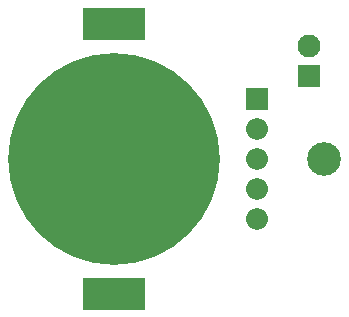
<source format=gbs>
G04 #@! TF.GenerationSoftware,KiCad,Pcbnew,(5.1.5)-3*
G04 #@! TF.CreationDate,2019-12-28T19:55:40-06:00*
G04 #@! TF.ProjectId,tymkrs_Cyphercon_2020_IRbutton,74796d6b-7273-45f4-9379-70686572636f,V0*
G04 #@! TF.SameCoordinates,Original*
G04 #@! TF.FileFunction,Soldermask,Bot*
G04 #@! TF.FilePolarity,Negative*
%FSLAX46Y46*%
G04 Gerber Fmt 4.6, Leading zero omitted, Abs format (unit mm)*
G04 Created by KiCad (PCBNEW (5.1.5)-3) date 2019-12-28 19:55:40*
%MOMM*%
%LPD*%
G04 APERTURE LIST*
%ADD10C,2.852400*%
%ADD11O,1.852400X1.852400*%
%ADD12R,1.852400X1.852400*%
%ADD13C,1.952400*%
%ADD14R,1.952400X1.952400*%
%ADD15C,17.932400*%
%ADD16R,5.232400X2.692400*%
G04 APERTURE END LIST*
D10*
X168910000Y-90805000D03*
D11*
X163195000Y-95885000D03*
X163195000Y-93345000D03*
X163195000Y-90805000D03*
X163195000Y-88265000D03*
D12*
X163195000Y-85725000D03*
D13*
X167640000Y-81280000D03*
D14*
X167640000Y-83820000D03*
D15*
X151130000Y-90805000D03*
D16*
X151130000Y-79375000D03*
X151130000Y-102235000D03*
M02*

</source>
